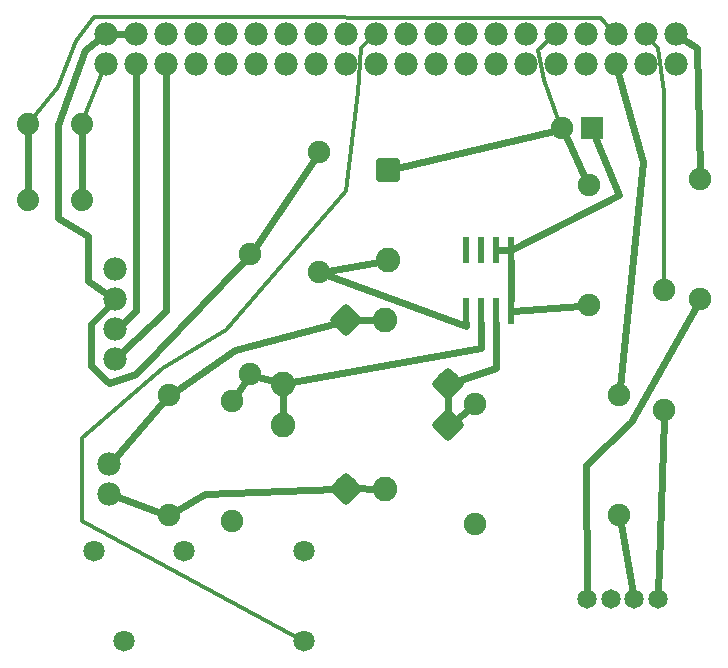
<source format=gtl>
G04 MADE WITH FRITZING*
G04 WWW.FRITZING.ORG*
G04 DOUBLE SIDED*
G04 HOLES PLATED*
G04 CONTOUR ON CENTER OF CONTOUR VECTOR*
%ASAXBY*%
%FSLAX23Y23*%
%MOIN*%
%OFA0B0*%
%SFA1.0B1.0*%
%ADD10C,0.078000*%
%ADD11C,0.074000*%
%ADD12C,0.071181*%
%ADD13C,0.065000*%
%ADD14C,0.075000*%
%ADD15C,0.082000*%
%ADD16R,0.075000X0.075000*%
%ADD17R,0.024000X0.087000*%
%ADD18C,0.024000*%
%ADD19C,0.012000*%
%ADD20C,0.020000*%
%LNCOPPER1*%
G90*
G70*
G54D10*
X339Y2133D03*
X439Y2133D03*
X539Y2133D03*
X639Y2133D03*
X739Y2133D03*
X839Y2133D03*
X939Y2133D03*
X1039Y2133D03*
X1139Y2133D03*
X1239Y2133D03*
X1339Y2133D03*
X1439Y2133D03*
X1539Y2133D03*
X1639Y2133D03*
X1739Y2133D03*
X1839Y2133D03*
X1939Y2133D03*
X2039Y2133D03*
X2139Y2133D03*
X2239Y2133D03*
X339Y2133D03*
X439Y2133D03*
X539Y2133D03*
X639Y2133D03*
X739Y2133D03*
X839Y2133D03*
X939Y2133D03*
X1039Y2133D03*
X1139Y2133D03*
X1239Y2133D03*
X1339Y2133D03*
X1439Y2133D03*
X1539Y2133D03*
X1639Y2133D03*
X1739Y2133D03*
X1839Y2133D03*
X1939Y2133D03*
X2039Y2133D03*
X2139Y2133D03*
X2239Y2133D03*
X2239Y2033D03*
X2139Y2033D03*
X2039Y2033D03*
X1939Y2033D03*
X1839Y2033D03*
X1739Y2033D03*
X1639Y2033D03*
X1539Y2033D03*
X1439Y2033D03*
X1339Y2033D03*
X1239Y2033D03*
X1139Y2033D03*
X1039Y2033D03*
X939Y2033D03*
X839Y2033D03*
X739Y2033D03*
X639Y2033D03*
X539Y2033D03*
X439Y2033D03*
X339Y2033D03*
X339Y2133D03*
X439Y2133D03*
X539Y2133D03*
X639Y2133D03*
X739Y2133D03*
X839Y2133D03*
X939Y2133D03*
X1039Y2133D03*
X1139Y2133D03*
X1239Y2133D03*
X1339Y2133D03*
X1439Y2133D03*
X1539Y2133D03*
X1639Y2133D03*
X1739Y2133D03*
X1839Y2133D03*
X1939Y2133D03*
X2039Y2133D03*
X2139Y2133D03*
X2239Y2133D03*
X339Y2133D03*
X439Y2133D03*
X539Y2133D03*
X639Y2133D03*
X739Y2133D03*
X839Y2133D03*
X939Y2133D03*
X1039Y2133D03*
X1139Y2133D03*
X1239Y2133D03*
X1339Y2133D03*
X1439Y2133D03*
X1539Y2133D03*
X1639Y2133D03*
X1739Y2133D03*
X1839Y2133D03*
X1939Y2133D03*
X2039Y2133D03*
X2139Y2133D03*
X2239Y2133D03*
X2239Y2033D03*
X2139Y2033D03*
X2039Y2033D03*
X1939Y2033D03*
X1839Y2033D03*
X1739Y2033D03*
X1639Y2033D03*
X1539Y2033D03*
X1439Y2033D03*
X1339Y2033D03*
X1239Y2033D03*
X1139Y2033D03*
X1039Y2033D03*
X939Y2033D03*
X839Y2033D03*
X739Y2033D03*
X639Y2033D03*
X539Y2033D03*
X439Y2033D03*
X339Y2033D03*
X350Y699D03*
X350Y599D03*
X370Y1349D03*
X370Y1249D03*
X370Y1149D03*
X370Y1049D03*
G54D11*
X260Y1835D03*
X260Y1579D03*
X82Y1835D03*
X82Y1579D03*
X260Y1835D03*
X260Y1579D03*
X82Y1835D03*
X82Y1579D03*
G54D12*
X400Y109D03*
X1000Y109D03*
X1000Y409D03*
X300Y409D03*
X600Y409D03*
X400Y109D03*
X1000Y109D03*
X1000Y409D03*
X300Y409D03*
X600Y409D03*
G54D13*
X1944Y249D03*
X2023Y249D03*
X2102Y249D03*
X2180Y249D03*
G54D14*
X1950Y1629D03*
X1950Y1229D03*
X1050Y1739D03*
X1050Y1339D03*
X820Y1399D03*
X820Y999D03*
X1570Y899D03*
X1570Y499D03*
X760Y909D03*
X760Y509D03*
X550Y929D03*
X550Y529D03*
X2200Y1279D03*
X2200Y879D03*
X2050Y929D03*
X2050Y529D03*
X2320Y1649D03*
X2320Y1249D03*
G54D15*
X1280Y1679D03*
X1280Y1381D03*
X1140Y619D03*
X930Y829D03*
X1140Y1179D03*
X930Y968D03*
X1480Y829D03*
X1270Y618D03*
X1480Y969D03*
X1270Y1179D03*
G54D14*
X1960Y1819D03*
X1860Y1819D03*
G54D16*
X1960Y1819D03*
G54D17*
X1540Y1209D03*
X1590Y1209D03*
X1640Y1209D03*
X1690Y1209D03*
X1690Y1415D03*
X1640Y1415D03*
X1590Y1415D03*
X1540Y1415D03*
G54D18*
X441Y1209D02*
X393Y1168D01*
D02*
X439Y2003D02*
X441Y1209D01*
D02*
X540Y1209D02*
X539Y2003D01*
D02*
X392Y1069D02*
X540Y1209D01*
D02*
X280Y1459D02*
X180Y1519D01*
D02*
X280Y1310D02*
X280Y1459D01*
D02*
X180Y1519D02*
X180Y1829D01*
D02*
X180Y1829D02*
X272Y2079D01*
D02*
X272Y2079D02*
X315Y2114D01*
D02*
X345Y1266D02*
X280Y1310D01*
G54D19*
D02*
X180Y1958D02*
X98Y1855D01*
D02*
X239Y2109D02*
X180Y1958D01*
D02*
X301Y2189D02*
X239Y2109D01*
D02*
X1989Y2188D02*
X301Y2189D01*
D02*
X2022Y2152D02*
X1989Y2188D01*
G54D18*
D02*
X82Y1610D02*
X82Y1804D01*
D02*
X260Y1610D02*
X260Y1804D01*
G54D19*
D02*
X328Y2005D02*
X272Y1864D01*
D02*
X1140Y1610D02*
X740Y1148D01*
D02*
X260Y510D02*
X973Y124D01*
D02*
X260Y788D02*
X260Y510D01*
D02*
X740Y1148D02*
X532Y1019D01*
D02*
X1180Y1939D02*
X1140Y1610D01*
D02*
X532Y1019D02*
X260Y788D01*
D02*
X1192Y2088D02*
X1180Y1939D01*
D02*
X1221Y2116D02*
X1192Y2088D01*
G54D18*
D02*
X2312Y2088D02*
X2264Y2117D01*
D02*
X2320Y1677D02*
X2312Y2088D01*
D02*
X1944Y272D02*
X1939Y698D01*
D02*
X2092Y839D02*
X2306Y1224D01*
D02*
X1939Y698D02*
X2092Y839D01*
D02*
X2132Y1708D02*
X2047Y2004D01*
D02*
X2053Y957D02*
X2132Y1708D01*
D02*
X2097Y272D02*
X2056Y501D01*
D02*
X2181Y272D02*
X2199Y850D01*
G54D19*
D02*
X2200Y1939D02*
X2180Y2088D01*
D02*
X2180Y2088D02*
X2155Y2115D01*
D02*
X2200Y1302D02*
X2200Y1939D01*
G54D18*
D02*
X370Y722D02*
X532Y907D01*
D02*
X379Y589D02*
X523Y538D01*
D02*
X772Y1079D02*
X574Y945D01*
D02*
X1109Y1170D02*
X772Y1079D01*
D02*
X1173Y1179D02*
X1238Y1179D01*
D02*
X1173Y619D02*
X1238Y618D01*
D02*
X930Y862D02*
X930Y936D01*
D02*
X1480Y861D02*
X1480Y937D01*
D02*
X672Y599D02*
X575Y543D01*
D02*
X1108Y617D02*
X672Y599D01*
D02*
X369Y2133D02*
X409Y2133D01*
D02*
X292Y1168D02*
X349Y1227D01*
D02*
X349Y970D02*
X292Y1028D01*
D02*
X440Y999D02*
X349Y970D01*
D02*
X292Y1028D02*
X292Y1168D01*
D02*
X801Y1378D02*
X440Y999D01*
D02*
X1034Y1715D02*
X836Y1422D01*
D02*
X776Y933D02*
X805Y975D01*
D02*
X899Y977D02*
X848Y991D01*
D02*
X1548Y881D02*
X1506Y848D01*
D02*
X1592Y1088D02*
X961Y974D01*
D02*
X1591Y1171D02*
X1592Y1088D01*
D02*
X1540Y1159D02*
X1540Y1171D01*
D02*
X1077Y1329D02*
X1540Y1159D01*
D02*
X1684Y1415D02*
X1647Y1415D01*
G54D19*
D02*
X1800Y1979D02*
X1780Y2079D01*
D02*
X1780Y2079D02*
X1821Y2117D01*
D02*
X1852Y1840D02*
X1800Y1979D01*
G54D18*
D02*
X1249Y1375D02*
X1079Y1344D01*
D02*
X1312Y1686D02*
X1833Y1812D01*
D02*
X1938Y1655D02*
X1873Y1793D01*
D02*
X1697Y1418D02*
X2049Y1598D01*
D02*
X2049Y1598D02*
X1971Y1792D01*
D02*
X1690Y1247D02*
X1690Y1377D01*
D02*
X1922Y1227D02*
X1697Y1209D01*
D02*
X1640Y1019D02*
X1511Y978D01*
D02*
X1640Y1171D02*
X1640Y1019D01*
G54D20*
X1311Y1649D02*
X1249Y1649D01*
X1249Y1711D01*
X1311Y1711D01*
X1311Y1649D01*
D02*
X1097Y618D02*
X1141Y662D01*
X1185Y618D01*
X1141Y574D01*
X1097Y618D01*
D02*
X1141Y1136D02*
X1097Y1179D01*
X1141Y1223D01*
X1185Y1179D01*
X1141Y1136D01*
D02*
X1481Y786D02*
X1437Y829D01*
X1481Y873D01*
X1525Y829D01*
X1481Y786D01*
D02*
X1437Y968D02*
X1481Y1012D01*
X1525Y968D01*
X1481Y924D01*
X1437Y968D01*
D02*
G04 End of Copper1*
M02*
</source>
